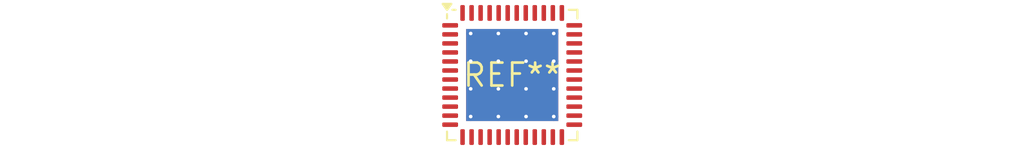
<source format=kicad_pcb>
(kicad_pcb (version 20240108) (generator pcbnew)
  (layers (0 "F.Cu" signal) (31 "B.Cu" signal) (34 "B.Paste" user) (35 "F.Paste" user) (36 "B.SilkS" user "B.Silkscreen") (37 "F.SilkS" user "F.Silkscreen") (38 "B.Mask" user) (39 "F.Mask" user) (44 "Edge.Cuts" user))
  (net 0 "")
  (footprint "TQFN-48-1EP_7x7mm_P0.5mm_EP5.1x5.1mm_ThermalVias" (layer "F.Cu") (at 0 0)
    (property "Reference" "REF**")
    (property "Value" "TQFN-48-1EP_7x7mm_P0.5mm_EP5.1x5.1mm_ThermalVias")
    (fp_line (start -3.61 -3.135) (end -3.61 -3.37) (layer "F.SilkS") (stroke (width 0.12)))
    (fp_line (start -3.61 3.61) (end -3.61 3.135) (layer "F.SilkS") (stroke (width 0.12)))
    (fp_line (start -3.135 -3.61) (end -3.31 -3.61) (layer "F.SilkS") (stroke (width 0.12)))
    (fp_line (start -3.135 3.61) (end -3.61 3.61) (layer "F.SilkS") (stroke (width 0.12)))
    (fp_line (start 3.135 -3.61) (end 3.61 -3.61) (layer "F.SilkS") (stroke (width 0.12)))
    (fp_line (start 3.135 3.61) (end 3.61 3.61) (layer "F.SilkS") (stroke (width 0.12)))
    (fp_line (start 3.61 -3.61) (end 3.61 -3.135) (layer "F.SilkS") (stroke (width 0.12)))
    (fp_line (start 3.61 3.61) (end 3.61 3.135) (layer "F.SilkS") (stroke (width 0.12)))
    (fp_poly (pts (xy -3.61 -3.61) (xy -3.85 -3.94) (xy -3.37 -3.94) (xy -3.61 -3.61)) (layer "F.SilkS") (stroke (width 0.12)) (fill solid))
    (pad "1" smd roundrect (at -3.4375 -2.75) (size 0.875 0.25) (layers "F.Cu" "F.Paste" "F.Mask"))
    (pad "2" smd roundrect (at -3.4375 -2.25) (size 0.875 0.25) (layers "F.Cu" "F.Paste" "F.Mask"))
    (pad "3" smd roundrect (at -3.4375 -1.75) (size 0.875 0.25) (layers "F.Cu" "F.Paste" "F.Mask"))
    (pad "4" smd roundrect (at -3.4375 -1.25) (size 0.875 0.25) (layers "F.Cu" "F.Paste" "F.Mask"))
    (pad "5" smd roundrect (at -3.4375 -0.75) (size 0.875 0.25) (layers "F.Cu" "F.Paste" "F.Mask"))
    (pad "6" smd roundrect (at -3.4375 -0.25) (size 0.875 0.25) (layers "F.Cu" "F.Paste" "F.Mask"))
    (pad "7" smd roundrect (at -3.4375 0.25) (size 0.875 0.25) (layers "F.Cu" "F.Paste" "F.Mask"))
    (pad "8" smd roundrect (at -3.4375 0.75) (size 0.875 0.25) (layers "F.Cu" "F.Paste" "F.Mask"))
    (pad "9" smd roundrect (at -3.4375 1.25) (size 0.875 0.25) (layers "F.Cu" "F.Paste" "F.Mask"))
    (pad "10" smd roundrect (at -3.4375 1.75) (size 0.875 0.25) (layers "F.Cu" "F.Paste" "F.Mask"))
    (pad "11" smd roundrect (at -3.4375 2.25) (size 0.875 0.25) (layers "F.Cu" "F.Paste" "F.Mask"))
    (pad "12" smd roundrect (at -3.4375 2.75) (size 0.875 0.25) (layers "F.Cu" "F.Paste" "F.Mask"))
    (pad "13" smd roundrect (at -2.75 3.4375) (size 0.25 0.875) (layers "F.Cu" "F.Paste" "F.Mask"))
    (pad "14" smd roundrect (at -2.25 3.4375) (size 0.25 0.875) (layers "F.Cu" "F.Paste" "F.Mask"))
    (pad "15" smd roundrect (at -1.75 3.4375) (size 0.25 0.875) (layers "F.Cu" "F.Paste" "F.Mask"))
    (pad "16" smd roundrect (at -1.25 3.4375) (size 0.25 0.875) (layers "F.Cu" "F.Paste" "F.Mask"))
    (pad "17" smd roundrect (at -0.75 3.4375) (size 0.25 0.875) (layers "F.Cu" "F.Paste" "F.Mask"))
    (pad "18" smd roundrect (at -0.25 3.4375) (size 0.25 0.875) (layers "F.Cu" "F.Paste" "F.Mask"))
    (pad "19" smd roundrect (at 0.25 3.4375) (size 0.25 0.875) (layers "F.Cu" "F.Paste" "F.Mask"))
    (pad "20" smd roundrect (at 0.75 3.4375) (size 0.25 0.875) (layers "F.Cu" "F.Paste" "F.Mask"))
    (pad "21" smd roundrect (at 1.25 3.4375) (size 0.25 0.875) (layers "F.Cu" "F.Paste" "F.Mask"))
    (pad "22" smd roundrect (at 1.75 3.4375) (size 0.25 0.875) (layers "F.Cu" "F.Paste" "F.Mask"))
    (pad "23" smd roundrect (at 2.25 3.4375) (size 0.25 0.875) (layers "F.Cu" "F.Paste" "F.Mask"))
    (pad "24" smd roundrect (at 2.75 3.4375) (size 0.25 0.875) (layers "F.Cu" "F.Paste" "F.Mask"))
    (pad "25" smd roundrect (at 3.4375 2.75) (size 0.875 0.25) (layers "F.Cu" "F.Paste" "F.Mask"))
    (pad "26" smd roundrect (at 3.4375 2.25) (size 0.875 0.25) (layers "F.Cu" "F.Paste" "F.Mask"))
    (pad "27" smd roundrect (at 3.4375 1.75) (size 0.875 0.25) (layers "F.Cu" "F.Paste" "F.Mask"))
    (pad "28" smd roundrect (at 3.4375 1.25) (size 0.875 0.25) (layers "F.Cu" "F.Paste" "F.Mask"))
    (pad "29" smd roundrect (at 3.4375 0.75) (size 0.875 0.25) (layers "F.Cu" "F.Paste" "F.Mask"))
    (pad "30" smd roundrect (at 3.4375 0.25) (size 0.875 0.25) (layers "F.Cu" "F.Paste" "F.Mask"))
    (pad "31" smd roundrect (at 3.4375 -0.25) (size 0.875 0.25) (layers "F.Cu" "F.Paste" "F.Mask"))
    (pad "32" smd roundrect (at 3.4375 -0.75) (size 0.875 0.25) (layers "F.Cu" "F.Paste" "F.Mask"))
    (pad "33" smd roundrect (at 3.4375 -1.25) (size 0.875 0.25) (layers "F.Cu" "F.Paste" "F.Mask"))
    (pad "34" smd roundrect (at 3.4375 -1.75) (size 0.875 0.25) (layers "F.Cu" "F.Paste" "F.Mask"))
    (pad "35" smd roundrect (at 3.4375 -2.25) (size 0.875 0.25) (layers "F.Cu" "F.Paste" "F.Mask"))
    (pad "36" smd roundrect (at 3.4375 -2.75) (size 0.875 0.25) (layers "F.Cu" "F.Paste" "F.Mask"))
    (pad "37" smd roundrect (at 2.75 -3.4375) (size 0.25 0.875) (layers "F.Cu" "F.Paste" "F.Mask"))
    (pad "38" smd roundrect (at 2.25 -3.4375) (size 0.25 0.875) (layers "F.Cu" "F.Paste" "F.Mask"))
    (pad "39" smd roundrect (at 1.75 -3.4375) (size 0.25 0.875) (layers "F.Cu" "F.Paste" "F.Mask"))
    (pad "40" smd roundrect (at 1.25 -3.4375) (size 0.25 0.875) (layers "F.Cu" "F.Paste" "F.Mask"))
    (pad "41" smd roundrect (at 0.75 -3.4375) (size 0.25 0.875) (layers "F.Cu" "F.Paste" "F.Mask"))
    (pad "42" smd roundrect (at 0.25 -3.4375) (size 0.25 0.875) (layers "F.Cu" "F.Paste" "F.Mask"))
    (pad "43" smd roundrect (at -0.25 -3.4375) (size 0.25 0.875) (layers "F.Cu" "F.Paste" "F.Mask"))
    (pad "44" smd roundrect (at -0.75 -3.4375) (size 0.25 0.875) (layers "F.Cu" "F.Paste" "F.Mask"))
    (pad "45" smd roundrect (at -1.25 -3.4375) (size 0.25 0.875) (layers "F.Cu" "F.Paste" "F.Mask"))
    (pad "46" smd roundrect (at -1.75 -3.4375) (size 0.25 0.875) (layers "F.Cu" "F.Paste" "F.Mask"))
    (pad "47" smd roundrect (at -2.25 -3.4375) (size 0.25 0.875) (layers "F.Cu" "F.Paste" "F.Mask"))
    (pad "48" smd roundrect (at -2.75 -3.4375) (size 0.25 0.875) (layers "F.Cu" "F.Paste" "F.Mask"))
    (pad "49" thru_hole circle (at -2.3 -2.3) (size 0.5 0.5) (drill 0.2) (property pad_prop_heatsink) (layers *.Cu) (remove_unused_layers))
    (pad "49" thru_hole circle (at -2.3 -0.766667) (size 0.5 0.5) (drill 0.2) (property pad_prop_heatsink) (layers *.Cu) (remove_unused_layers))
    (pad "49" thru_hole circle (at -2.3 0.766667) (size 0.5 0.5) (drill 0.2) (property pad_prop_heatsink) (layers *.Cu) (remove_unused_layers))
    (pad "49" thru_hole circle (at -2.3 2.3) (size 0.5 0.5) (drill 0.2) (property pad_prop_heatsink) (layers *.Cu) (remove_unused_layers))
    (pad "49" thru_hole circle (at -0.766667 -2.3) (size 0.5 0.5) (drill 0.2) (property pad_prop_heatsink) (layers *.Cu) (remove_unused_layers))
    (pad "49" thru_hole circle (at -0.766667 -0.766667) (size 0.5 0.5) (drill 0.2) (property pad_prop_heatsink) (layers *.Cu) (remove_unused_layers))
    (pad "49" thru_hole circle (at -0.766667 0.766667) (size 0.5 0.5) (drill 0.2) (property pad_prop_heatsink) (layers *.Cu) (remove_unused_layers))
    (pad "49" thru_hole circle (at -0.766667 2.3) (size 0.5 0.5) (drill 0.2) (property pad_prop_heatsink) (layers *.Cu) (remove_unused_layers))
    (pad "49" smd rect (at 0 0) (size 5.1 5.1) (property pad_prop_heatsink) (layers "F.Cu" "F.Mask"))
    (pad "49" smd rect (at 0 0) (size 5.1 5.1) (property pad_prop_heatsink) (layers "B.Cu"))
    (pad "49" thru_hole circle (at 0.766667 -2.3) (size 0.5 0.5) (drill 0.2) (property pad_prop_heatsink) (layers *.Cu) (remove_unused_layers))
    (pad "49" thru_hole circle (at 0.766667 -0.766667) (size 0.5 0.5) (drill 0.2) (property pad_prop_heatsink) (layers *.Cu) (remove_unused_layers))
    (pad "49" thru_hole circle (at 0.766667 0.766667) (size 0.5 0.5) (drill 0.2) (property pad_prop_heatsink) (layers *.Cu) (remove_unused_layers))
    (pad "49" thru_hole circle (at 0.766667 2.3) (size 0.5 0.5) (drill 0.2) (property pad_prop_heatsink) (layers *.Cu) (remove_unused_layers))
    (pad "49" thru_hole circle (at 2.3 -2.3) (size 0.5 0.5) (drill 0.2) (property pad_prop_heatsink) (layers *.Cu) (remove_unused_layers))
    (pad "49" thru_hole circle (at 2.3 -0.766667) (size 0.5 0.5) (drill 0.2) (property pad_prop_heatsink) (layers *.Cu) (remove_unused_layers))
    (pad "49" thru_hole circle (at 2.3 0.766667) (size 0.5 0.5) (drill 0.2) (property pad_prop_heatsink) (layers *.Cu) (remove_unused_layers))
    (pad "49" thru_hole circle (at 2.3 2.3) (size 0.5 0.5) (drill 0.2) (property pad_prop_heatsink) (layers *.Cu) (remove_unused_layers))
  )
)
</source>
